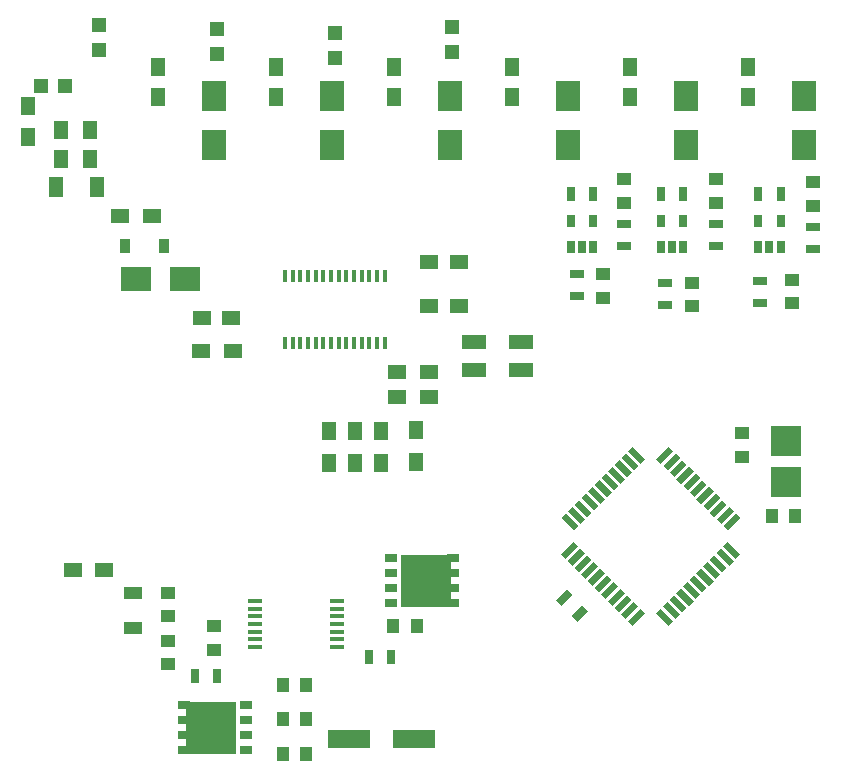
<source format=gtp>
G04 #@! TF.FileFunction,Paste,Top*
%FSLAX46Y46*%
G04 Gerber Fmt 4.6, Leading zero omitted, Abs format (unit mm)*
G04 Created by KiCad (PCBNEW 4.0.1-stable) date 07.06.2016 17:51:43*
%MOMM*%
G01*
G04 APERTURE LIST*
%ADD10C,0.100000*%
%ADD11R,0.400000X1.100000*%
%ADD12R,1.198880X1.198880*%
%ADD13R,1.300480X1.699260*%
%ADD14R,1.200000X0.400000*%
%ADD15R,1.000000X0.675000*%
%ADD16R,4.295000X4.510000*%
%ADD17R,1.000000X1.250000*%
%ADD18R,0.700000X1.300000*%
%ADD19R,3.599180X1.600200*%
%ADD20R,1.250000X1.000000*%
%ADD21R,1.600000X1.000000*%
%ADD22R,2.000000X1.300000*%
%ADD23R,1.250000X1.500000*%
%ADD24R,1.500000X1.250000*%
%ADD25R,2.029460X2.651760*%
%ADD26R,2.651760X2.029460*%
%ADD27R,1.300000X0.700000*%
%ADD28R,0.650000X1.060000*%
%ADD29R,2.500000X2.500000*%
%ADD30R,0.910000X1.220000*%
%ADD31R,1.500000X1.300000*%
%ADD32R,1.300000X1.500000*%
G04 APERTURE END LIST*
D10*
D11*
X129225000Y-71900000D03*
X128575000Y-71900000D03*
X127925000Y-71900000D03*
X127275000Y-71900000D03*
X126625000Y-71900000D03*
X125975000Y-71900000D03*
X125325000Y-71900000D03*
X124675000Y-71900000D03*
X124025000Y-71900000D03*
X123375000Y-71900000D03*
X122725000Y-71900000D03*
X122075000Y-71900000D03*
X121425000Y-71900000D03*
X120775000Y-71900000D03*
X120775000Y-77600000D03*
X121425000Y-77600000D03*
X122075000Y-77600000D03*
X122725000Y-77600000D03*
X123375000Y-77600000D03*
X124025000Y-77600000D03*
X124675000Y-77600000D03*
X125325000Y-77600000D03*
X125975000Y-77600000D03*
X126625000Y-77600000D03*
X127275000Y-77600000D03*
X127925000Y-77600000D03*
X128575000Y-77600000D03*
X129225000Y-77600000D03*
D12*
X102200000Y-55800000D03*
X100101960Y-55800000D03*
D13*
X101400000Y-64350000D03*
X104900120Y-64350000D03*
D12*
X134960000Y-52928880D03*
X134960000Y-50830840D03*
X125000000Y-51370840D03*
X125000000Y-53468880D03*
X115000000Y-53129160D03*
X115000000Y-51031120D03*
X105000000Y-50700000D03*
X105000000Y-52798040D03*
D14*
X118250000Y-99450000D03*
X118250000Y-100100000D03*
X118250000Y-100750000D03*
X118250000Y-101400000D03*
X118250000Y-102050000D03*
X118250000Y-102700000D03*
X118250000Y-103350000D03*
X125150000Y-103350000D03*
X125150000Y-102700000D03*
X125150000Y-102050000D03*
X125150000Y-101400000D03*
X125150000Y-100750000D03*
X125150000Y-100100000D03*
X125150000Y-99450000D03*
D15*
X129800000Y-95820000D03*
X129800000Y-97090000D03*
X129800000Y-98360000D03*
X129800000Y-99630000D03*
X135050000Y-99630000D03*
X135050000Y-98360000D03*
X135050000Y-97090000D03*
X135050000Y-95820000D03*
D16*
X132697500Y-97725000D03*
D15*
X117450000Y-112060000D03*
X117450000Y-110790000D03*
X117450000Y-109520000D03*
X117450000Y-108250000D03*
X112200000Y-108250000D03*
X112200000Y-109520000D03*
X112200000Y-110790000D03*
X112200000Y-112060000D03*
D16*
X114552500Y-110155000D03*
D17*
X122600000Y-106550000D03*
X120600000Y-106550000D03*
X120600000Y-109400000D03*
X122600000Y-109400000D03*
D18*
X129800000Y-104150000D03*
X127900000Y-104150000D03*
X115050000Y-105800000D03*
X113150000Y-105800000D03*
D19*
X131701640Y-111150000D03*
X126200000Y-111150000D03*
D17*
X122600000Y-112400000D03*
X120600000Y-112400000D03*
D20*
X110850000Y-98750000D03*
X110850000Y-100750000D03*
D17*
X131950000Y-101600000D03*
X129950000Y-101600000D03*
D20*
X114750000Y-103550000D03*
X114750000Y-101550000D03*
X110900000Y-102800000D03*
X110900000Y-104800000D03*
D21*
X107950000Y-101750000D03*
X107950000Y-98750000D03*
D22*
X140750000Y-77500000D03*
X136750000Y-77500000D03*
X136750000Y-79900000D03*
X140750000Y-79900000D03*
D23*
X104313575Y-62029999D03*
X104313575Y-59529999D03*
D10*
G36*
X144555188Y-95876866D02*
X144166280Y-95487958D01*
X145226940Y-94427298D01*
X145615848Y-94816206D01*
X144555188Y-95876866D01*
X144555188Y-95876866D01*
G37*
G36*
X145120874Y-96442551D02*
X144731966Y-96053643D01*
X145792626Y-94992983D01*
X146181534Y-95381891D01*
X145120874Y-96442551D01*
X145120874Y-96442551D01*
G37*
G36*
X145686559Y-97008236D02*
X145297651Y-96619328D01*
X146358311Y-95558668D01*
X146747219Y-95947576D01*
X145686559Y-97008236D01*
X145686559Y-97008236D01*
G37*
G36*
X146252244Y-97573922D02*
X145863336Y-97185014D01*
X146923996Y-96124354D01*
X147312904Y-96513262D01*
X146252244Y-97573922D01*
X146252244Y-97573922D01*
G37*
G36*
X146817930Y-98139607D02*
X146429022Y-97750699D01*
X147489682Y-96690039D01*
X147878590Y-97078947D01*
X146817930Y-98139607D01*
X146817930Y-98139607D01*
G37*
G36*
X147383615Y-98705293D02*
X146994707Y-98316385D01*
X148055367Y-97255725D01*
X148444275Y-97644633D01*
X147383615Y-98705293D01*
X147383615Y-98705293D01*
G37*
G36*
X147949301Y-99270978D02*
X147560393Y-98882070D01*
X148621053Y-97821410D01*
X149009961Y-98210318D01*
X147949301Y-99270978D01*
X147949301Y-99270978D01*
G37*
G36*
X148514986Y-99836664D02*
X148126078Y-99447756D01*
X149186738Y-98387096D01*
X149575646Y-98776004D01*
X148514986Y-99836664D01*
X148514986Y-99836664D01*
G37*
G36*
X149080672Y-100402349D02*
X148691764Y-100013441D01*
X149752424Y-98952781D01*
X150141332Y-99341689D01*
X149080672Y-100402349D01*
X149080672Y-100402349D01*
G37*
G36*
X149646357Y-100968034D02*
X149257449Y-100579126D01*
X150318109Y-99518466D01*
X150707017Y-99907374D01*
X149646357Y-100968034D01*
X149646357Y-100968034D01*
G37*
G36*
X150212042Y-101533720D02*
X149823134Y-101144812D01*
X150883794Y-100084152D01*
X151272702Y-100473060D01*
X150212042Y-101533720D01*
X150212042Y-101533720D01*
G37*
G36*
X153676866Y-101144812D02*
X153287958Y-101533720D01*
X152227298Y-100473060D01*
X152616206Y-100084152D01*
X153676866Y-101144812D01*
X153676866Y-101144812D01*
G37*
G36*
X154242551Y-100579126D02*
X153853643Y-100968034D01*
X152792983Y-99907374D01*
X153181891Y-99518466D01*
X154242551Y-100579126D01*
X154242551Y-100579126D01*
G37*
G36*
X154808236Y-100013441D02*
X154419328Y-100402349D01*
X153358668Y-99341689D01*
X153747576Y-98952781D01*
X154808236Y-100013441D01*
X154808236Y-100013441D01*
G37*
G36*
X155373922Y-99447756D02*
X154985014Y-99836664D01*
X153924354Y-98776004D01*
X154313262Y-98387096D01*
X155373922Y-99447756D01*
X155373922Y-99447756D01*
G37*
G36*
X155939607Y-98882070D02*
X155550699Y-99270978D01*
X154490039Y-98210318D01*
X154878947Y-97821410D01*
X155939607Y-98882070D01*
X155939607Y-98882070D01*
G37*
G36*
X156505293Y-98316385D02*
X156116385Y-98705293D01*
X155055725Y-97644633D01*
X155444633Y-97255725D01*
X156505293Y-98316385D01*
X156505293Y-98316385D01*
G37*
G36*
X157070978Y-97750699D02*
X156682070Y-98139607D01*
X155621410Y-97078947D01*
X156010318Y-96690039D01*
X157070978Y-97750699D01*
X157070978Y-97750699D01*
G37*
G36*
X157636664Y-97185014D02*
X157247756Y-97573922D01*
X156187096Y-96513262D01*
X156576004Y-96124354D01*
X157636664Y-97185014D01*
X157636664Y-97185014D01*
G37*
G36*
X158202349Y-96619328D02*
X157813441Y-97008236D01*
X156752781Y-95947576D01*
X157141689Y-95558668D01*
X158202349Y-96619328D01*
X158202349Y-96619328D01*
G37*
G36*
X158768034Y-96053643D02*
X158379126Y-96442551D01*
X157318466Y-95381891D01*
X157707374Y-94992983D01*
X158768034Y-96053643D01*
X158768034Y-96053643D01*
G37*
G36*
X159333720Y-95487958D02*
X158944812Y-95876866D01*
X157884152Y-94816206D01*
X158273060Y-94427298D01*
X159333720Y-95487958D01*
X159333720Y-95487958D01*
G37*
G36*
X158273060Y-93472702D02*
X157884152Y-93083794D01*
X158944812Y-92023134D01*
X159333720Y-92412042D01*
X158273060Y-93472702D01*
X158273060Y-93472702D01*
G37*
G36*
X157707374Y-92907017D02*
X157318466Y-92518109D01*
X158379126Y-91457449D01*
X158768034Y-91846357D01*
X157707374Y-92907017D01*
X157707374Y-92907017D01*
G37*
G36*
X157141689Y-92341332D02*
X156752781Y-91952424D01*
X157813441Y-90891764D01*
X158202349Y-91280672D01*
X157141689Y-92341332D01*
X157141689Y-92341332D01*
G37*
G36*
X156576004Y-91775646D02*
X156187096Y-91386738D01*
X157247756Y-90326078D01*
X157636664Y-90714986D01*
X156576004Y-91775646D01*
X156576004Y-91775646D01*
G37*
G36*
X156010318Y-91209961D02*
X155621410Y-90821053D01*
X156682070Y-89760393D01*
X157070978Y-90149301D01*
X156010318Y-91209961D01*
X156010318Y-91209961D01*
G37*
G36*
X155444633Y-90644275D02*
X155055725Y-90255367D01*
X156116385Y-89194707D01*
X156505293Y-89583615D01*
X155444633Y-90644275D01*
X155444633Y-90644275D01*
G37*
G36*
X154878947Y-90078590D02*
X154490039Y-89689682D01*
X155550699Y-88629022D01*
X155939607Y-89017930D01*
X154878947Y-90078590D01*
X154878947Y-90078590D01*
G37*
G36*
X154313262Y-89512904D02*
X153924354Y-89123996D01*
X154985014Y-88063336D01*
X155373922Y-88452244D01*
X154313262Y-89512904D01*
X154313262Y-89512904D01*
G37*
G36*
X153747576Y-88947219D02*
X153358668Y-88558311D01*
X154419328Y-87497651D01*
X154808236Y-87886559D01*
X153747576Y-88947219D01*
X153747576Y-88947219D01*
G37*
G36*
X153181891Y-88381534D02*
X152792983Y-87992626D01*
X153853643Y-86931966D01*
X154242551Y-87320874D01*
X153181891Y-88381534D01*
X153181891Y-88381534D01*
G37*
G36*
X152616206Y-87815848D02*
X152227298Y-87426940D01*
X153287958Y-86366280D01*
X153676866Y-86755188D01*
X152616206Y-87815848D01*
X152616206Y-87815848D01*
G37*
G36*
X151272702Y-87426940D02*
X150883794Y-87815848D01*
X149823134Y-86755188D01*
X150212042Y-86366280D01*
X151272702Y-87426940D01*
X151272702Y-87426940D01*
G37*
G36*
X150707017Y-87992626D02*
X150318109Y-88381534D01*
X149257449Y-87320874D01*
X149646357Y-86931966D01*
X150707017Y-87992626D01*
X150707017Y-87992626D01*
G37*
G36*
X150141332Y-88558311D02*
X149752424Y-88947219D01*
X148691764Y-87886559D01*
X149080672Y-87497651D01*
X150141332Y-88558311D01*
X150141332Y-88558311D01*
G37*
G36*
X149575646Y-89123996D02*
X149186738Y-89512904D01*
X148126078Y-88452244D01*
X148514986Y-88063336D01*
X149575646Y-89123996D01*
X149575646Y-89123996D01*
G37*
G36*
X149009961Y-89689682D02*
X148621053Y-90078590D01*
X147560393Y-89017930D01*
X147949301Y-88629022D01*
X149009961Y-89689682D01*
X149009961Y-89689682D01*
G37*
G36*
X148444275Y-90255367D02*
X148055367Y-90644275D01*
X146994707Y-89583615D01*
X147383615Y-89194707D01*
X148444275Y-90255367D01*
X148444275Y-90255367D01*
G37*
G36*
X147878590Y-90821053D02*
X147489682Y-91209961D01*
X146429022Y-90149301D01*
X146817930Y-89760393D01*
X147878590Y-90821053D01*
X147878590Y-90821053D01*
G37*
G36*
X147312904Y-91386738D02*
X146923996Y-91775646D01*
X145863336Y-90714986D01*
X146252244Y-90326078D01*
X147312904Y-91386738D01*
X147312904Y-91386738D01*
G37*
G36*
X146747219Y-91952424D02*
X146358311Y-92341332D01*
X145297651Y-91280672D01*
X145686559Y-90891764D01*
X146747219Y-91952424D01*
X146747219Y-91952424D01*
G37*
G36*
X146181534Y-92518109D02*
X145792626Y-92907017D01*
X144731966Y-91846357D01*
X145120874Y-91457449D01*
X146181534Y-92518109D01*
X146181534Y-92518109D01*
G37*
G36*
X145615848Y-93083794D02*
X145226940Y-93472702D01*
X144166280Y-92412042D01*
X144555188Y-92023134D01*
X145615848Y-93083794D01*
X145615848Y-93083794D01*
G37*
D17*
X162000000Y-92250000D03*
X164000000Y-92250000D03*
D18*
X145000000Y-65000000D03*
X146900000Y-65000000D03*
D24*
X133000000Y-70750000D03*
X135500000Y-70750000D03*
X135500000Y-74500000D03*
X133000000Y-74500000D03*
D25*
X114750000Y-56664660D03*
X114750000Y-60835340D03*
X124750000Y-56664660D03*
X124750000Y-60835340D03*
X144750000Y-60835340D03*
X144750000Y-56664660D03*
X134750000Y-60835340D03*
X134750000Y-56664660D03*
D26*
X108129320Y-72150000D03*
X112300000Y-72150000D03*
D25*
X154750000Y-60835340D03*
X154750000Y-56664660D03*
X164750000Y-60835340D03*
X164750000Y-56664660D03*
D20*
X149500000Y-63750000D03*
X149500000Y-65750000D03*
X155250000Y-72500000D03*
X155250000Y-74500000D03*
X147750000Y-71750000D03*
X147750000Y-73750000D03*
X159500000Y-87250000D03*
X159500000Y-85250000D03*
X157250000Y-63750000D03*
X157250000Y-65750000D03*
X163750000Y-72250000D03*
X163750000Y-74250000D03*
X165500000Y-64000000D03*
X165500000Y-66000000D03*
D27*
X149500000Y-67500000D03*
X149500000Y-69400000D03*
X157250000Y-67500000D03*
X157250000Y-69400000D03*
D18*
X152600000Y-65000000D03*
X154500000Y-65000000D03*
D27*
X165500000Y-67750000D03*
X165500000Y-69650000D03*
D18*
X160850000Y-65000000D03*
X162750000Y-65000000D03*
D28*
X145000000Y-69500000D03*
X145950000Y-69500000D03*
X146900000Y-69500000D03*
X146900000Y-67300000D03*
X145000000Y-67300000D03*
X152600000Y-69450000D03*
X153550000Y-69450000D03*
X154500000Y-69450000D03*
X154500000Y-67250000D03*
X152600000Y-67250000D03*
X160850000Y-69450000D03*
X161800000Y-69450000D03*
X162750000Y-69450000D03*
X162750000Y-67250000D03*
X160850000Y-67250000D03*
D29*
X163200000Y-89400000D03*
X163200000Y-85900000D03*
D30*
X107250000Y-69400000D03*
X110520000Y-69400000D03*
D27*
X145500000Y-71750000D03*
X145500000Y-73650000D03*
D10*
G36*
X146457107Y-100287868D02*
X145537868Y-101207107D01*
X145042893Y-100712132D01*
X145962132Y-99792893D01*
X146457107Y-100287868D01*
X146457107Y-100287868D01*
G37*
G36*
X145113605Y-98944366D02*
X144194366Y-99863605D01*
X143699391Y-99368630D01*
X144618630Y-98449391D01*
X145113605Y-98944366D01*
X145113605Y-98944366D01*
G37*
D27*
X153000000Y-72500000D03*
X153000000Y-74400000D03*
X161000000Y-72350000D03*
X161000000Y-74250000D03*
D23*
X110000000Y-54250000D03*
X110000000Y-56750000D03*
X120000000Y-54250000D03*
X120000000Y-56750000D03*
X140000000Y-54250000D03*
X140000000Y-56750000D03*
X130000000Y-54250000D03*
X130000000Y-56750000D03*
X150000000Y-54250000D03*
X150000000Y-56750000D03*
X160000000Y-54250000D03*
X160000000Y-56750000D03*
X101813575Y-62029999D03*
X101813575Y-59529999D03*
D24*
X116250000Y-75500000D03*
X113750000Y-75500000D03*
D31*
X109550000Y-66850000D03*
X106850000Y-66850000D03*
X133000000Y-82200000D03*
X130300000Y-82200000D03*
D32*
X131850000Y-87700000D03*
X131850000Y-85000000D03*
X99000000Y-57500000D03*
X99000000Y-60200000D03*
D31*
X133000000Y-80050000D03*
X130300000Y-80050000D03*
D32*
X128950000Y-87750000D03*
X128950000Y-85050000D03*
X124550000Y-87750000D03*
X124550000Y-85050000D03*
D31*
X116350000Y-78250000D03*
X113650000Y-78250000D03*
D32*
X126750000Y-87750000D03*
X126750000Y-85050000D03*
D31*
X105500000Y-96850000D03*
X102800000Y-96850000D03*
M02*

</source>
